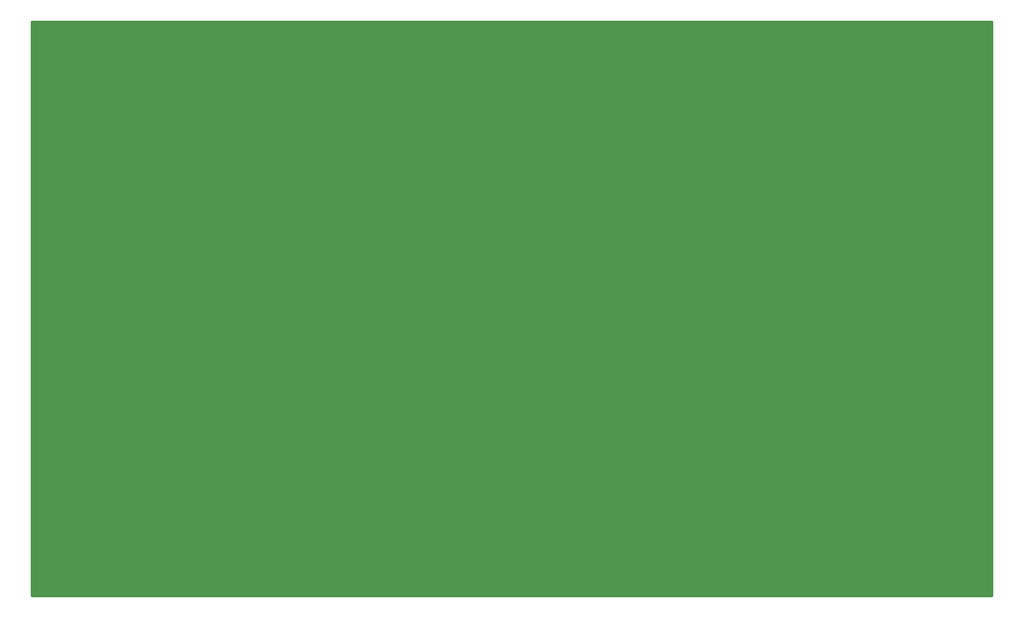
<source format=gbr>
%TF.GenerationSoftware,KiCad,Pcbnew,(6.0.5)*%
%TF.CreationDate,2022-11-30T16:24:04+01:00*%
%TF.ProjectId,Parametic VFO,50617261-6d65-4746-9963-2056464f2e6b,rev?*%
%TF.SameCoordinates,Original*%
%TF.FileFunction,Soldermask,Top*%
%TF.FilePolarity,Negative*%
%FSLAX46Y46*%
G04 Gerber Fmt 4.6, Leading zero omitted, Abs format (unit mm)*
G04 Created by KiCad (PCBNEW (6.0.5)) date 2022-11-30 16:24:04*
%MOMM*%
%LPD*%
G01*
G04 APERTURE LIST*
G04 Aperture macros list*
%AMRoundRect*
0 Rectangle with rounded corners*
0 $1 Rounding radius*
0 $2 $3 $4 $5 $6 $7 $8 $9 X,Y pos of 4 corners*
0 Add a 4 corners polygon primitive as box body*
4,1,4,$2,$3,$4,$5,$6,$7,$8,$9,$2,$3,0*
0 Add four circle primitives for the rounded corners*
1,1,$1+$1,$2,$3*
1,1,$1+$1,$4,$5*
1,1,$1+$1,$6,$7*
1,1,$1+$1,$8,$9*
0 Add four rect primitives between the rounded corners*
20,1,$1+$1,$2,$3,$4,$5,0*
20,1,$1+$1,$4,$5,$6,$7,0*
20,1,$1+$1,$6,$7,$8,$9,0*
20,1,$1+$1,$8,$9,$2,$3,0*%
G04 Aperture macros list end*
%ADD10RoundRect,0.250000X0.725000X-0.600000X0.725000X0.600000X-0.725000X0.600000X-0.725000X-0.600000X0*%
%ADD11O,1.950000X1.700000*%
%ADD12R,1.700000X1.700000*%
%ADD13O,1.700000X1.700000*%
%ADD14R,1.600000X1.600000*%
%ADD15C,1.600000*%
%ADD16R,1.625600X1.625600*%
%ADD17C,1.625600*%
%ADD18R,1.560000X1.560000*%
%ADD19C,1.560000*%
%ADD20O,3.500000X3.500000*%
%ADD21R,1.905000X2.000000*%
%ADD22O,1.905000X2.000000*%
%ADD23R,2.200000X2.200000*%
%ADD24O,2.200000X2.200000*%
G04 APERTURE END LIST*
D10*
%TO.C,SW1*%
X96520000Y-104734995D03*
D11*
X96520000Y-102234995D03*
X96520000Y-99734995D03*
%TD*%
D12*
%TO.C,J5*%
X89515010Y-104799994D03*
D13*
X86975010Y-104799994D03*
%TD*%
D14*
%TO.C,C5*%
X87630000Y-53811180D03*
D15*
X87630000Y-51311180D03*
%TD*%
D16*
%TO.C,J3*%
X151130000Y-72390000D03*
D17*
X151130000Y-74930000D03*
X151130000Y-77470000D03*
X151130000Y-80010000D03*
X151130000Y-82550000D03*
X151130000Y-85090000D03*
%TD*%
D15*
%TO.C,C4*%
X135940800Y-53167600D03*
X135940800Y-50667600D03*
%TD*%
D14*
%TO.C,C3*%
X130175000Y-53099980D03*
D15*
X130175000Y-50599980D03*
%TD*%
D12*
%TO.C,J6*%
X89535000Y-99695000D03*
D13*
X86995000Y-99695000D03*
%TD*%
D18*
%TO.C,U1*%
X130250000Y-58420000D03*
D19*
X127710000Y-58420000D03*
X125170000Y-58420000D03*
X122630000Y-58420000D03*
X120090000Y-58420000D03*
X117550000Y-58420000D03*
X115010000Y-58420000D03*
X112470000Y-58420000D03*
X109930000Y-58420000D03*
X107390000Y-58420000D03*
X104850000Y-58420000D03*
X102310000Y-58420000D03*
X99770000Y-58420000D03*
X97230000Y-58420000D03*
X94690000Y-58420000D03*
X92150000Y-58420000D03*
X89610000Y-58420000D03*
X87070000Y-58420000D03*
X84530000Y-58420000D03*
X130250000Y-83820000D03*
X127710000Y-83820000D03*
X125170000Y-83820000D03*
X122630000Y-83820000D03*
X120090000Y-83820000D03*
X117550000Y-83820000D03*
X115010000Y-83820000D03*
X112470000Y-83820000D03*
X109930000Y-83820000D03*
X107390000Y-83820000D03*
X104850000Y-83820000D03*
X102310000Y-83820000D03*
X99770000Y-83820000D03*
X97230000Y-83820000D03*
X94690000Y-83820000D03*
X92150000Y-83820000D03*
X89610000Y-83820000D03*
X87070000Y-83820000D03*
X84530000Y-83820000D03*
%TD*%
D12*
%TO.C,J1a1*%
X159385000Y-74945011D03*
D13*
X159385000Y-77485011D03*
X159385000Y-80025011D03*
X159385000Y-82565011D03*
X159385000Y-85105011D03*
X159385000Y-87645011D03*
X159385000Y-90185011D03*
X159385000Y-92725011D03*
%TD*%
D20*
%TO.C,U2*%
X109220000Y-109029996D03*
D21*
X111760000Y-92369996D03*
D22*
X109220000Y-92369996D03*
X106680000Y-92369996D03*
%TD*%
D15*
%TO.C,C2*%
X118110000Y-100965000D03*
X120610000Y-100965000D03*
%TD*%
D12*
%TO.C,J2*%
X159385000Y-52085000D03*
D13*
X159385000Y-54625000D03*
X159385000Y-57165000D03*
X159385000Y-59705000D03*
X159385000Y-62245000D03*
X159385000Y-64785000D03*
X159385000Y-67325000D03*
X159385000Y-69865000D03*
%TD*%
D12*
%TO.C,J7*%
X128905000Y-92075000D03*
D13*
X126365000Y-92075000D03*
X123825000Y-92075000D03*
X121285000Y-92075000D03*
X118745000Y-92075000D03*
X116205000Y-92075000D03*
%TD*%
D15*
%TO.C,C6*%
X93345000Y-53924200D03*
X93345000Y-51424200D03*
%TD*%
D12*
%TO.C,J8*%
X137815000Y-92050000D03*
D13*
X140355000Y-92050000D03*
X142895000Y-92050000D03*
X145435000Y-92050000D03*
X147975000Y-92050000D03*
X150515000Y-92050000D03*
X153055000Y-92050000D03*
%TD*%
D23*
%TO.C,D1*%
X102235000Y-94615000D03*
D24*
X92075000Y-94615000D03*
%TD*%
D16*
%TO.C,J4a1*%
X151130000Y-53340000D03*
D17*
X151130000Y-55880000D03*
X151130000Y-58420000D03*
X151130000Y-60960000D03*
X151130000Y-63500000D03*
X151130000Y-66040000D03*
%TD*%
D14*
%TO.C,C1*%
X118197621Y-106680000D03*
D15*
X120697621Y-106680000D03*
%TD*%
G36*
X204412121Y-44470002D02*
G01*
X204458614Y-44523658D01*
X204470000Y-44576000D01*
X204470000Y-117349000D01*
X204449998Y-117417121D01*
X204396342Y-117463614D01*
X204344000Y-117475000D01*
X82676000Y-117475000D01*
X82607879Y-117454998D01*
X82561386Y-117401342D01*
X82550000Y-117349000D01*
X82550000Y-44576000D01*
X82570002Y-44507879D01*
X82623658Y-44461386D01*
X82676000Y-44450000D01*
X204344000Y-44450000D01*
X204412121Y-44470002D01*
G37*
M02*

</source>
